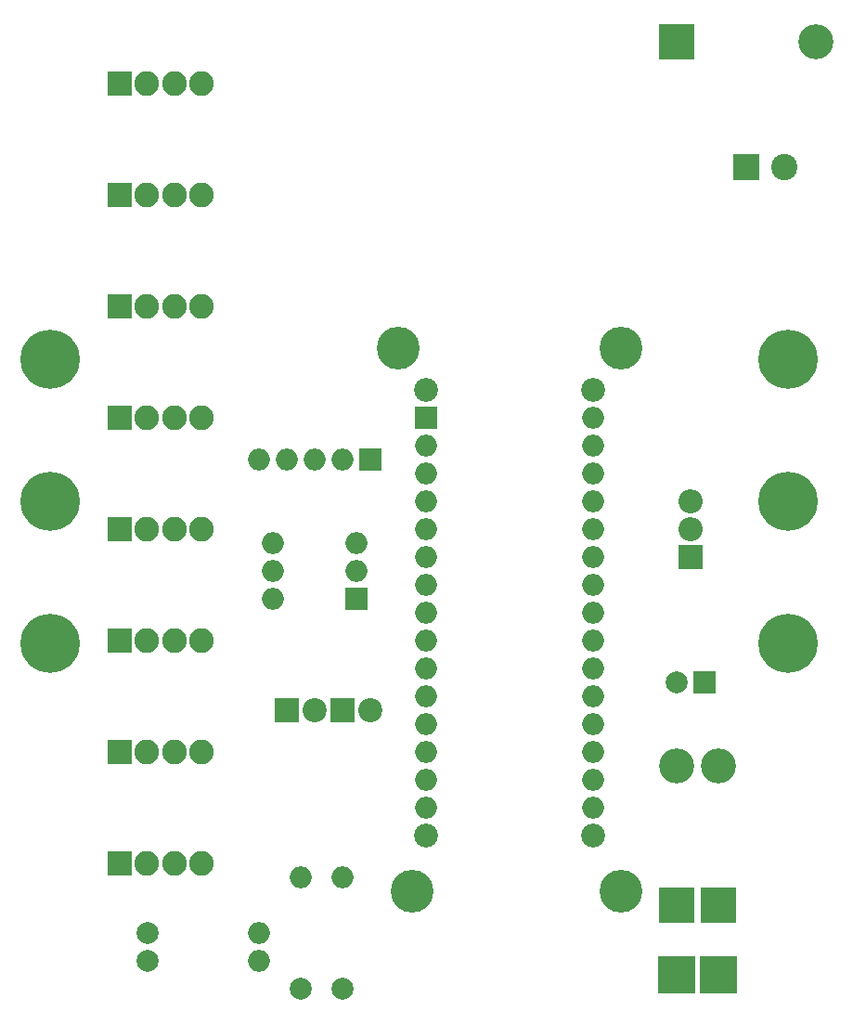
<source format=gts>
G04 #@! TF.FileFunction,Soldermask,Top*
%FSLAX46Y46*%
G04 Gerber Fmt 4.6, Leading zero omitted, Abs format (unit mm)*
G04 Created by KiCad (PCBNEW 4.0.7) date 03/08/18 20:01:15*
%MOMM*%
%LPD*%
G01*
G04 APERTURE LIST*
%ADD10C,0.200000*%
%ADD11C,3.900000*%
%ADD12R,2.000000X2.000000*%
%ADD13O,2.000000X2.000000*%
%ADD14C,2.180000*%
%ADD15R,2.200000X2.200000*%
%ADD16O,2.200000X2.200000*%
%ADD17R,3.400000X3.400000*%
%ADD18R,3.200000X3.200000*%
%ADD19O,3.200000X3.200000*%
%ADD20R,2.400000X2.400000*%
%ADD21C,2.400000*%
%ADD22C,2.200000*%
%ADD23C,2.000000*%
%ADD24R,2.250000X2.250000*%
%ADD25C,2.250000*%
%ADD26C,5.400000*%
G04 APERTURE END LIST*
D10*
D11*
X167640000Y-152400000D03*
X186690000Y-152400000D03*
X166370000Y-102870000D03*
X186690000Y-102870000D03*
D12*
X168910000Y-109220000D03*
D13*
X184150000Y-142240000D03*
X168910000Y-111760000D03*
X184150000Y-139700000D03*
X168910000Y-114300000D03*
X184150000Y-137160000D03*
X168910000Y-116840000D03*
X184150000Y-134620000D03*
X168910000Y-119380000D03*
X184150000Y-132080000D03*
X168910000Y-121920000D03*
X184150000Y-129540000D03*
X168910000Y-124460000D03*
X184150000Y-127000000D03*
X168910000Y-127000000D03*
X184150000Y-124460000D03*
X168910000Y-129540000D03*
X184150000Y-121920000D03*
X168910000Y-132080000D03*
X184150000Y-119380000D03*
X168910000Y-134620000D03*
X184150000Y-116840000D03*
X168910000Y-137160000D03*
X184150000Y-114300000D03*
X168910000Y-139700000D03*
X184150000Y-111760000D03*
X168910000Y-142240000D03*
X184150000Y-109220000D03*
X168910000Y-144780000D03*
X184150000Y-144780000D03*
D14*
X168910000Y-106680000D03*
X184150000Y-106680000D03*
X184150000Y-147320000D03*
X168910000Y-147320000D03*
D15*
X193040000Y-121920000D03*
D16*
X193040000Y-119380000D03*
X193040000Y-116840000D03*
D17*
X191770000Y-160020000D03*
X195580000Y-160020000D03*
D18*
X195580000Y-153670000D03*
D19*
X195580000Y-140970000D03*
D20*
X198120000Y-86360000D03*
D21*
X201620000Y-86360000D03*
D12*
X163830000Y-113030000D03*
D13*
X161290000Y-113030000D03*
X158750000Y-113030000D03*
X156210000Y-113030000D03*
X153670000Y-113030000D03*
D15*
X156210000Y-135890000D03*
D22*
X158750000Y-135890000D03*
D15*
X161290000Y-135890000D03*
D22*
X163830000Y-135890000D03*
D23*
X157480000Y-161290000D03*
D13*
X157480000Y-151130000D03*
D23*
X161290000Y-161290000D03*
D13*
X161290000Y-151130000D03*
D12*
X194310000Y-133350000D03*
D23*
X191810000Y-133350000D03*
X143510000Y-158750000D03*
D13*
X153670000Y-158750000D03*
D23*
X143510000Y-156210000D03*
D13*
X153670000Y-156210000D03*
D18*
X191770000Y-153670000D03*
D19*
X191770000Y-140970000D03*
D18*
X191770000Y-74930000D03*
D19*
X204470000Y-74930000D03*
D12*
X162560000Y-125730000D03*
D13*
X154940000Y-120650000D03*
X162560000Y-123190000D03*
X154940000Y-123190000D03*
X162560000Y-120650000D03*
X154940000Y-125730000D03*
D24*
X140970000Y-78740000D03*
D25*
X143470000Y-78740000D03*
X145970000Y-78740000D03*
X148470000Y-78740000D03*
D24*
X140970000Y-88900000D03*
D25*
X143470000Y-88900000D03*
X145970000Y-88900000D03*
X148470000Y-88900000D03*
D24*
X140970000Y-99060000D03*
D25*
X143470000Y-99060000D03*
X145970000Y-99060000D03*
X148470000Y-99060000D03*
D24*
X140970000Y-109220000D03*
D25*
X143470000Y-109220000D03*
X145970000Y-109220000D03*
X148470000Y-109220000D03*
D24*
X140970000Y-119380000D03*
D25*
X143470000Y-119380000D03*
X145970000Y-119380000D03*
X148470000Y-119380000D03*
D24*
X140970000Y-129540000D03*
D25*
X143470000Y-129540000D03*
X145970000Y-129540000D03*
X148470000Y-129540000D03*
D24*
X140970000Y-149860000D03*
D25*
X143470000Y-149860000D03*
X145970000Y-149860000D03*
X148470000Y-149860000D03*
D24*
X140970000Y-139700000D03*
D25*
X143470000Y-139700000D03*
X145970000Y-139700000D03*
X148470000Y-139700000D03*
D26*
X134620000Y-116840000D03*
X134620000Y-103886000D03*
X134620000Y-129794000D03*
X201930000Y-116840000D03*
X201930000Y-103886000D03*
X201930000Y-129794000D03*
M02*

</source>
